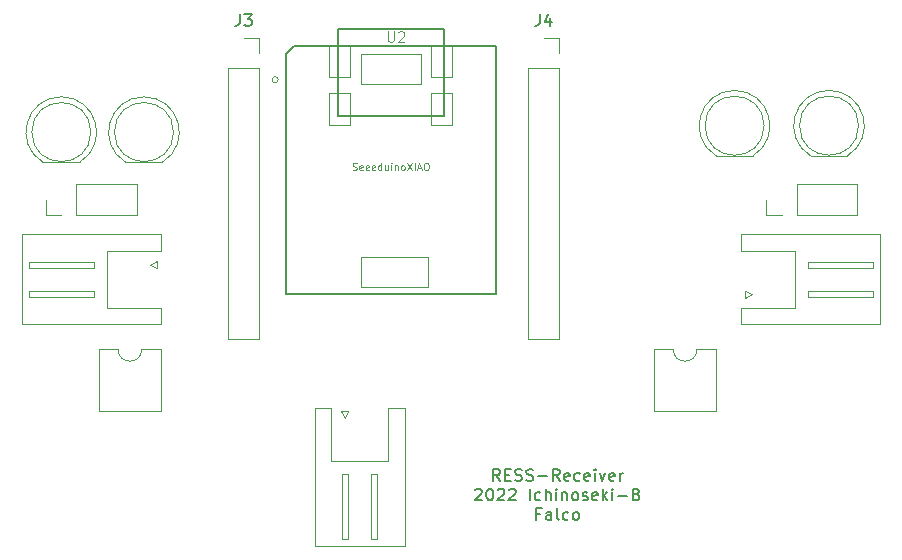
<source format=gbr>
%TF.GenerationSoftware,KiCad,Pcbnew,(5.1.9)-1*%
%TF.CreationDate,2022-06-16T11:17:04+09:00*%
%TF.ProjectId,Receiver,52656365-6976-4657-922e-6b696361645f,rev?*%
%TF.SameCoordinates,Original*%
%TF.FileFunction,Legend,Top*%
%TF.FilePolarity,Positive*%
%FSLAX46Y46*%
G04 Gerber Fmt 4.6, Leading zero omitted, Abs format (unit mm)*
G04 Created by KiCad (PCBNEW (5.1.9)-1) date 2022-06-16 11:17:04*
%MOMM*%
%LPD*%
G01*
G04 APERTURE LIST*
%ADD10C,0.150000*%
%ADD11C,0.120000*%
%ADD12C,0.066040*%
%ADD13C,0.127000*%
%ADD14C,0.100000*%
%ADD15C,0.101600*%
%ADD16C,0.076200*%
G04 APERTURE END LIST*
D10*
X121142857Y-146802380D02*
X120809523Y-146326190D01*
X120571428Y-146802380D02*
X120571428Y-145802380D01*
X120952380Y-145802380D01*
X121047619Y-145850000D01*
X121095238Y-145897619D01*
X121142857Y-145992857D01*
X121142857Y-146135714D01*
X121095238Y-146230952D01*
X121047619Y-146278571D01*
X120952380Y-146326190D01*
X120571428Y-146326190D01*
X121571428Y-146278571D02*
X121904761Y-146278571D01*
X122047619Y-146802380D02*
X121571428Y-146802380D01*
X121571428Y-145802380D01*
X122047619Y-145802380D01*
X122428571Y-146754761D02*
X122571428Y-146802380D01*
X122809523Y-146802380D01*
X122904761Y-146754761D01*
X122952380Y-146707142D01*
X123000000Y-146611904D01*
X123000000Y-146516666D01*
X122952380Y-146421428D01*
X122904761Y-146373809D01*
X122809523Y-146326190D01*
X122619047Y-146278571D01*
X122523809Y-146230952D01*
X122476190Y-146183333D01*
X122428571Y-146088095D01*
X122428571Y-145992857D01*
X122476190Y-145897619D01*
X122523809Y-145850000D01*
X122619047Y-145802380D01*
X122857142Y-145802380D01*
X123000000Y-145850000D01*
X123380952Y-146754761D02*
X123523809Y-146802380D01*
X123761904Y-146802380D01*
X123857142Y-146754761D01*
X123904761Y-146707142D01*
X123952380Y-146611904D01*
X123952380Y-146516666D01*
X123904761Y-146421428D01*
X123857142Y-146373809D01*
X123761904Y-146326190D01*
X123571428Y-146278571D01*
X123476190Y-146230952D01*
X123428571Y-146183333D01*
X123380952Y-146088095D01*
X123380952Y-145992857D01*
X123428571Y-145897619D01*
X123476190Y-145850000D01*
X123571428Y-145802380D01*
X123809523Y-145802380D01*
X123952380Y-145850000D01*
X124380952Y-146421428D02*
X125142857Y-146421428D01*
X126190476Y-146802380D02*
X125857142Y-146326190D01*
X125619047Y-146802380D02*
X125619047Y-145802380D01*
X126000000Y-145802380D01*
X126095238Y-145850000D01*
X126142857Y-145897619D01*
X126190476Y-145992857D01*
X126190476Y-146135714D01*
X126142857Y-146230952D01*
X126095238Y-146278571D01*
X126000000Y-146326190D01*
X125619047Y-146326190D01*
X127000000Y-146754761D02*
X126904761Y-146802380D01*
X126714285Y-146802380D01*
X126619047Y-146754761D01*
X126571428Y-146659523D01*
X126571428Y-146278571D01*
X126619047Y-146183333D01*
X126714285Y-146135714D01*
X126904761Y-146135714D01*
X127000000Y-146183333D01*
X127047619Y-146278571D01*
X127047619Y-146373809D01*
X126571428Y-146469047D01*
X127904761Y-146754761D02*
X127809523Y-146802380D01*
X127619047Y-146802380D01*
X127523809Y-146754761D01*
X127476190Y-146707142D01*
X127428571Y-146611904D01*
X127428571Y-146326190D01*
X127476190Y-146230952D01*
X127523809Y-146183333D01*
X127619047Y-146135714D01*
X127809523Y-146135714D01*
X127904761Y-146183333D01*
X128714285Y-146754761D02*
X128619047Y-146802380D01*
X128428571Y-146802380D01*
X128333333Y-146754761D01*
X128285714Y-146659523D01*
X128285714Y-146278571D01*
X128333333Y-146183333D01*
X128428571Y-146135714D01*
X128619047Y-146135714D01*
X128714285Y-146183333D01*
X128761904Y-146278571D01*
X128761904Y-146373809D01*
X128285714Y-146469047D01*
X129190476Y-146802380D02*
X129190476Y-146135714D01*
X129190476Y-145802380D02*
X129142857Y-145850000D01*
X129190476Y-145897619D01*
X129238095Y-145850000D01*
X129190476Y-145802380D01*
X129190476Y-145897619D01*
X129571428Y-146135714D02*
X129809523Y-146802380D01*
X130047619Y-146135714D01*
X130809523Y-146754761D02*
X130714285Y-146802380D01*
X130523809Y-146802380D01*
X130428571Y-146754761D01*
X130380952Y-146659523D01*
X130380952Y-146278571D01*
X130428571Y-146183333D01*
X130523809Y-146135714D01*
X130714285Y-146135714D01*
X130809523Y-146183333D01*
X130857142Y-146278571D01*
X130857142Y-146373809D01*
X130380952Y-146469047D01*
X131285714Y-146802380D02*
X131285714Y-146135714D01*
X131285714Y-146326190D02*
X131333333Y-146230952D01*
X131380952Y-146183333D01*
X131476190Y-146135714D01*
X131571428Y-146135714D01*
X119047619Y-147547619D02*
X119095238Y-147500000D01*
X119190476Y-147452380D01*
X119428571Y-147452380D01*
X119523809Y-147500000D01*
X119571428Y-147547619D01*
X119619047Y-147642857D01*
X119619047Y-147738095D01*
X119571428Y-147880952D01*
X119000000Y-148452380D01*
X119619047Y-148452380D01*
X120238095Y-147452380D02*
X120333333Y-147452380D01*
X120428571Y-147500000D01*
X120476190Y-147547619D01*
X120523809Y-147642857D01*
X120571428Y-147833333D01*
X120571428Y-148071428D01*
X120523809Y-148261904D01*
X120476190Y-148357142D01*
X120428571Y-148404761D01*
X120333333Y-148452380D01*
X120238095Y-148452380D01*
X120142857Y-148404761D01*
X120095238Y-148357142D01*
X120047619Y-148261904D01*
X120000000Y-148071428D01*
X120000000Y-147833333D01*
X120047619Y-147642857D01*
X120095238Y-147547619D01*
X120142857Y-147500000D01*
X120238095Y-147452380D01*
X120952380Y-147547619D02*
X121000000Y-147500000D01*
X121095238Y-147452380D01*
X121333333Y-147452380D01*
X121428571Y-147500000D01*
X121476190Y-147547619D01*
X121523809Y-147642857D01*
X121523809Y-147738095D01*
X121476190Y-147880952D01*
X120904761Y-148452380D01*
X121523809Y-148452380D01*
X121904761Y-147547619D02*
X121952380Y-147500000D01*
X122047619Y-147452380D01*
X122285714Y-147452380D01*
X122380952Y-147500000D01*
X122428571Y-147547619D01*
X122476190Y-147642857D01*
X122476190Y-147738095D01*
X122428571Y-147880952D01*
X121857142Y-148452380D01*
X122476190Y-148452380D01*
X123666666Y-148452380D02*
X123666666Y-147452380D01*
X124571428Y-148404761D02*
X124476190Y-148452380D01*
X124285714Y-148452380D01*
X124190476Y-148404761D01*
X124142857Y-148357142D01*
X124095238Y-148261904D01*
X124095238Y-147976190D01*
X124142857Y-147880952D01*
X124190476Y-147833333D01*
X124285714Y-147785714D01*
X124476190Y-147785714D01*
X124571428Y-147833333D01*
X125000000Y-148452380D02*
X125000000Y-147452380D01*
X125428571Y-148452380D02*
X125428571Y-147928571D01*
X125380952Y-147833333D01*
X125285714Y-147785714D01*
X125142857Y-147785714D01*
X125047619Y-147833333D01*
X125000000Y-147880952D01*
X125904761Y-148452380D02*
X125904761Y-147785714D01*
X125904761Y-147452380D02*
X125857142Y-147500000D01*
X125904761Y-147547619D01*
X125952380Y-147500000D01*
X125904761Y-147452380D01*
X125904761Y-147547619D01*
X126380952Y-147785714D02*
X126380952Y-148452380D01*
X126380952Y-147880952D02*
X126428571Y-147833333D01*
X126523809Y-147785714D01*
X126666666Y-147785714D01*
X126761904Y-147833333D01*
X126809523Y-147928571D01*
X126809523Y-148452380D01*
X127428571Y-148452380D02*
X127333333Y-148404761D01*
X127285714Y-148357142D01*
X127238095Y-148261904D01*
X127238095Y-147976190D01*
X127285714Y-147880952D01*
X127333333Y-147833333D01*
X127428571Y-147785714D01*
X127571428Y-147785714D01*
X127666666Y-147833333D01*
X127714285Y-147880952D01*
X127761904Y-147976190D01*
X127761904Y-148261904D01*
X127714285Y-148357142D01*
X127666666Y-148404761D01*
X127571428Y-148452380D01*
X127428571Y-148452380D01*
X128142857Y-148404761D02*
X128238095Y-148452380D01*
X128428571Y-148452380D01*
X128523809Y-148404761D01*
X128571428Y-148309523D01*
X128571428Y-148261904D01*
X128523809Y-148166666D01*
X128428571Y-148119047D01*
X128285714Y-148119047D01*
X128190476Y-148071428D01*
X128142857Y-147976190D01*
X128142857Y-147928571D01*
X128190476Y-147833333D01*
X128285714Y-147785714D01*
X128428571Y-147785714D01*
X128523809Y-147833333D01*
X129380952Y-148404761D02*
X129285714Y-148452380D01*
X129095238Y-148452380D01*
X129000000Y-148404761D01*
X128952380Y-148309523D01*
X128952380Y-147928571D01*
X129000000Y-147833333D01*
X129095238Y-147785714D01*
X129285714Y-147785714D01*
X129380952Y-147833333D01*
X129428571Y-147928571D01*
X129428571Y-148023809D01*
X128952380Y-148119047D01*
X129857142Y-148452380D02*
X129857142Y-147452380D01*
X129952380Y-148071428D02*
X130238095Y-148452380D01*
X130238095Y-147785714D02*
X129857142Y-148166666D01*
X130666666Y-148452380D02*
X130666666Y-147785714D01*
X130666666Y-147452380D02*
X130619047Y-147500000D01*
X130666666Y-147547619D01*
X130714285Y-147500000D01*
X130666666Y-147452380D01*
X130666666Y-147547619D01*
X131142857Y-148071428D02*
X131904761Y-148071428D01*
X132714285Y-147928571D02*
X132857142Y-147976190D01*
X132904761Y-148023809D01*
X132952380Y-148119047D01*
X132952380Y-148261904D01*
X132904761Y-148357142D01*
X132857142Y-148404761D01*
X132761904Y-148452380D01*
X132380952Y-148452380D01*
X132380952Y-147452380D01*
X132714285Y-147452380D01*
X132809523Y-147500000D01*
X132857142Y-147547619D01*
X132904761Y-147642857D01*
X132904761Y-147738095D01*
X132857142Y-147833333D01*
X132809523Y-147880952D01*
X132714285Y-147928571D01*
X132380952Y-147928571D01*
X124547619Y-149578571D02*
X124214285Y-149578571D01*
X124214285Y-150102380D02*
X124214285Y-149102380D01*
X124690476Y-149102380D01*
X125500000Y-150102380D02*
X125500000Y-149578571D01*
X125452380Y-149483333D01*
X125357142Y-149435714D01*
X125166666Y-149435714D01*
X125071428Y-149483333D01*
X125500000Y-150054761D02*
X125404761Y-150102380D01*
X125166666Y-150102380D01*
X125071428Y-150054761D01*
X125023809Y-149959523D01*
X125023809Y-149864285D01*
X125071428Y-149769047D01*
X125166666Y-149721428D01*
X125404761Y-149721428D01*
X125500000Y-149673809D01*
X126119047Y-150102380D02*
X126023809Y-150054761D01*
X125976190Y-149959523D01*
X125976190Y-149102380D01*
X126928571Y-150054761D02*
X126833333Y-150102380D01*
X126642857Y-150102380D01*
X126547619Y-150054761D01*
X126500000Y-150007142D01*
X126452380Y-149911904D01*
X126452380Y-149626190D01*
X126500000Y-149530952D01*
X126547619Y-149483333D01*
X126642857Y-149435714D01*
X126833333Y-149435714D01*
X126928571Y-149483333D01*
X127500000Y-150102380D02*
X127404761Y-150054761D01*
X127357142Y-150007142D01*
X127309523Y-149911904D01*
X127309523Y-149626190D01*
X127357142Y-149530952D01*
X127404761Y-149483333D01*
X127500000Y-149435714D01*
X127642857Y-149435714D01*
X127738095Y-149483333D01*
X127785714Y-149530952D01*
X127833333Y-149626190D01*
X127833333Y-149911904D01*
X127785714Y-150007142D01*
X127738095Y-150054761D01*
X127642857Y-150102380D01*
X127500000Y-150102380D01*
D11*
%TO.C,J3*%
X99440000Y-109270000D02*
X100770000Y-109270000D01*
X100770000Y-109270000D02*
X100770000Y-110600000D01*
X100770000Y-111870000D02*
X100770000Y-134790000D01*
X98110000Y-134790000D02*
X100770000Y-134790000D01*
X98110000Y-111870000D02*
X98110000Y-134790000D01*
X98110000Y-111870000D02*
X100770000Y-111870000D01*
%TO.C,J4*%
X123510000Y-111870000D02*
X126170000Y-111870000D01*
X123510000Y-111870000D02*
X123510000Y-134790000D01*
X123510000Y-134790000D02*
X126170000Y-134790000D01*
X126170000Y-111870000D02*
X126170000Y-134790000D01*
X126170000Y-109270000D02*
X126170000Y-110600000D01*
X124840000Y-109270000D02*
X126170000Y-109270000D01*
%TO.C,J5*%
X108300000Y-140900000D02*
X108000000Y-141500000D01*
X107700000Y-140900000D02*
X108300000Y-140900000D01*
X108000000Y-141500000D02*
X107700000Y-140900000D01*
X110750000Y-146200000D02*
X110250000Y-146200000D01*
X110750000Y-151700000D02*
X110750000Y-146200000D01*
X110250000Y-151700000D02*
X110750000Y-151700000D01*
X110250000Y-146200000D02*
X110250000Y-151700000D01*
X108250000Y-146200000D02*
X107750000Y-146200000D01*
X108250000Y-151700000D02*
X108250000Y-146200000D01*
X107750000Y-151700000D02*
X108250000Y-151700000D01*
X107750000Y-146200000D02*
X107750000Y-151700000D01*
X111640000Y-145090000D02*
X109250000Y-145090000D01*
X111640000Y-140590000D02*
X111640000Y-145090000D01*
X113060000Y-140590000D02*
X111640000Y-140590000D01*
X113060000Y-152310000D02*
X113060000Y-140590000D01*
X109250000Y-152310000D02*
X113060000Y-152310000D01*
X106860000Y-145090000D02*
X109250000Y-145090000D01*
X106860000Y-140590000D02*
X106860000Y-145090000D01*
X105440000Y-140590000D02*
X106860000Y-140590000D01*
X105440000Y-152310000D02*
X105440000Y-140590000D01*
X109250000Y-152310000D02*
X105440000Y-152310000D01*
%TO.C,J6*%
X92100000Y-128800000D02*
X91500000Y-128500000D01*
X92100000Y-128200000D02*
X92100000Y-128800000D01*
X91500000Y-128500000D02*
X92100000Y-128200000D01*
X86800000Y-131250000D02*
X86800000Y-130750000D01*
X81300000Y-131250000D02*
X86800000Y-131250000D01*
X81300000Y-130750000D02*
X81300000Y-131250000D01*
X86800000Y-130750000D02*
X81300000Y-130750000D01*
X86800000Y-128750000D02*
X86800000Y-128250000D01*
X81300000Y-128750000D02*
X86800000Y-128750000D01*
X81300000Y-128250000D02*
X81300000Y-128750000D01*
X86800000Y-128250000D02*
X81300000Y-128250000D01*
X87910000Y-132140000D02*
X87910000Y-129750000D01*
X92410000Y-132140000D02*
X87910000Y-132140000D01*
X92410000Y-133560000D02*
X92410000Y-132140000D01*
X80690000Y-133560000D02*
X92410000Y-133560000D01*
X80690000Y-129750000D02*
X80690000Y-133560000D01*
X87910000Y-127360000D02*
X87910000Y-129750000D01*
X92410000Y-127360000D02*
X87910000Y-127360000D01*
X92410000Y-125940000D02*
X92410000Y-127360000D01*
X80690000Y-125940000D02*
X92410000Y-125940000D01*
X80690000Y-129750000D02*
X80690000Y-125940000D01*
%TO.C,U1*%
X92460000Y-135670000D02*
X90810000Y-135670000D01*
X92460000Y-140870000D02*
X92460000Y-135670000D01*
X87160000Y-140870000D02*
X92460000Y-140870000D01*
X87160000Y-135670000D02*
X87160000Y-140870000D01*
X88810000Y-135670000D02*
X87160000Y-135670000D01*
X90810000Y-135670000D02*
G75*
G02*
X88810000Y-135670000I-1000000J0D01*
G01*
%TO.C,D1*%
X86500000Y-117270000D02*
G75*
G03*
X86500000Y-117270000I-2500000J0D01*
G01*
X82455000Y-119830000D02*
X85545000Y-119830000D01*
X84000462Y-114280000D02*
G75*
G03*
X82455170Y-119830000I-462J-2990000D01*
G01*
X83999538Y-114280000D02*
G75*
G02*
X85544830Y-119830000I462J-2990000D01*
G01*
%TO.C,D2*%
X89455000Y-119830000D02*
X92545000Y-119830000D01*
X93500000Y-117270000D02*
G75*
G03*
X93500000Y-117270000I-2500000J0D01*
G01*
X90999538Y-114280000D02*
G75*
G02*
X92544830Y-119830000I462J-2990000D01*
G01*
X91000462Y-114280000D02*
G75*
G03*
X89455170Y-119830000I-462J-2990000D01*
G01*
%TO.C,SW1*%
X82670000Y-124330000D02*
X82670000Y-123000000D01*
X84000000Y-124330000D02*
X82670000Y-124330000D01*
X85270000Y-124330000D02*
X85270000Y-121670000D01*
X85270000Y-121670000D02*
X90410000Y-121670000D01*
X85270000Y-124330000D02*
X90410000Y-124330000D01*
X90410000Y-124330000D02*
X90410000Y-121670000D01*
D12*
%TO.C,U2*%
X109350000Y-113220000D02*
X114430000Y-113220000D01*
X114430000Y-113220000D02*
X114430000Y-110680000D01*
X109350000Y-110680000D02*
X114430000Y-110680000D01*
X109350000Y-113220000D02*
X109350000Y-110680000D01*
X109350000Y-130365000D02*
X115065000Y-130365000D01*
X115065000Y-130365000D02*
X115065000Y-127825000D01*
X109350000Y-127825000D02*
X115065000Y-127825000D01*
X109350000Y-130365000D02*
X109350000Y-127825000D01*
X106683000Y-112585000D02*
X108461000Y-112585000D01*
X108461000Y-112585000D02*
X108461000Y-109918000D01*
X106683000Y-109918000D02*
X108461000Y-109918000D01*
X106683000Y-112585000D02*
X106683000Y-109918000D01*
X106683000Y-116651540D02*
X108461000Y-116651540D01*
X108461000Y-116651540D02*
X108461000Y-113982000D01*
X106683000Y-113982000D02*
X108461000Y-113982000D01*
X106683000Y-116651540D02*
X106683000Y-113982000D01*
X115319000Y-116651540D02*
X117097000Y-116651540D01*
X117097000Y-116651540D02*
X117097000Y-113982000D01*
X115319000Y-113982000D02*
X117097000Y-113982000D01*
X115319000Y-116651540D02*
X115319000Y-113982000D01*
X115319000Y-112585000D02*
X117097000Y-112585000D01*
X117097000Y-112585000D02*
X117097000Y-109918000D01*
X115319000Y-109918000D02*
X117097000Y-109918000D01*
X115319000Y-112585000D02*
X115319000Y-109918000D01*
D13*
X103000000Y-131000000D02*
X120797780Y-131000000D01*
X120797780Y-131000000D02*
X120797780Y-110001820D01*
X120797780Y-110001820D02*
X103670560Y-110001820D01*
X103670560Y-110001820D02*
X103000000Y-110672380D01*
X103000000Y-110672380D02*
X103000000Y-131000000D01*
X107399280Y-108576880D02*
X116393420Y-108576880D01*
X116393420Y-108576880D02*
X116393420Y-115930180D01*
X116393420Y-115930180D02*
X107394200Y-115930180D01*
X107394200Y-115930180D02*
X107394200Y-108576880D01*
D14*
X102365000Y-112839000D02*
G75*
G03*
X102365000Y-112839000I-254000J0D01*
G01*
D11*
%TO.C,D3*%
X143500000Y-116730000D02*
G75*
G03*
X143500000Y-116730000I-2500000J0D01*
G01*
X139455000Y-119290000D02*
X142545000Y-119290000D01*
X140999538Y-113740000D02*
G75*
G02*
X142544830Y-119290000I462J-2990000D01*
G01*
X141000462Y-113740000D02*
G75*
G03*
X139455170Y-119290000I-462J-2990000D01*
G01*
%TO.C,D4*%
X147455000Y-119290000D02*
X150545000Y-119290000D01*
X151500000Y-116730000D02*
G75*
G03*
X151500000Y-116730000I-2500000J0D01*
G01*
X149000462Y-113740000D02*
G75*
G03*
X147455170Y-119290000I-462J-2990000D01*
G01*
X148999538Y-113740000D02*
G75*
G02*
X150544830Y-119290000I462J-2990000D01*
G01*
%TO.C,J1*%
X141900000Y-130700000D02*
X142500000Y-131000000D01*
X141900000Y-131300000D02*
X141900000Y-130700000D01*
X142500000Y-131000000D02*
X141900000Y-131300000D01*
X147200000Y-128250000D02*
X147200000Y-128750000D01*
X152700000Y-128250000D02*
X147200000Y-128250000D01*
X152700000Y-128750000D02*
X152700000Y-128250000D01*
X147200000Y-128750000D02*
X152700000Y-128750000D01*
X147200000Y-130750000D02*
X147200000Y-131250000D01*
X152700000Y-130750000D02*
X147200000Y-130750000D01*
X152700000Y-131250000D02*
X152700000Y-130750000D01*
X147200000Y-131250000D02*
X152700000Y-131250000D01*
X146090000Y-127360000D02*
X146090000Y-129750000D01*
X141590000Y-127360000D02*
X146090000Y-127360000D01*
X141590000Y-125940000D02*
X141590000Y-127360000D01*
X153310000Y-125940000D02*
X141590000Y-125940000D01*
X153310000Y-129750000D02*
X153310000Y-125940000D01*
X146090000Y-132140000D02*
X146090000Y-129750000D01*
X141590000Y-132140000D02*
X146090000Y-132140000D01*
X141590000Y-133560000D02*
X141590000Y-132140000D01*
X153310000Y-133560000D02*
X141590000Y-133560000D01*
X153310000Y-129750000D02*
X153310000Y-133560000D01*
%TO.C,SW2*%
X143670000Y-124330000D02*
X143670000Y-123000000D01*
X145000000Y-124330000D02*
X143670000Y-124330000D01*
X146270000Y-124330000D02*
X146270000Y-121670000D01*
X146270000Y-121670000D02*
X151410000Y-121670000D01*
X146270000Y-124330000D02*
X151410000Y-124330000D01*
X151410000Y-124330000D02*
X151410000Y-121670000D01*
%TO.C,U3*%
X139460000Y-135670000D02*
X137810000Y-135670000D01*
X139460000Y-140870000D02*
X139460000Y-135670000D01*
X134160000Y-140870000D02*
X139460000Y-140870000D01*
X134160000Y-135670000D02*
X134160000Y-140870000D01*
X135810000Y-135670000D02*
X134160000Y-135670000D01*
X137810000Y-135670000D02*
G75*
G02*
X135810000Y-135670000I-1000000J0D01*
G01*
%TO.C,J3*%
D10*
X99106666Y-107282380D02*
X99106666Y-107996666D01*
X99059047Y-108139523D01*
X98963809Y-108234761D01*
X98820952Y-108282380D01*
X98725714Y-108282380D01*
X99487619Y-107282380D02*
X100106666Y-107282380D01*
X99773333Y-107663333D01*
X99916190Y-107663333D01*
X100011428Y-107710952D01*
X100059047Y-107758571D01*
X100106666Y-107853809D01*
X100106666Y-108091904D01*
X100059047Y-108187142D01*
X100011428Y-108234761D01*
X99916190Y-108282380D01*
X99630476Y-108282380D01*
X99535238Y-108234761D01*
X99487619Y-108187142D01*
%TO.C,J4*%
X124506666Y-107282380D02*
X124506666Y-107996666D01*
X124459047Y-108139523D01*
X124363809Y-108234761D01*
X124220952Y-108282380D01*
X124125714Y-108282380D01*
X125411428Y-107615714D02*
X125411428Y-108282380D01*
X125173333Y-107234761D02*
X124935238Y-107949047D01*
X125554285Y-107949047D01*
%TO.C,U2*%
D15*
X111657166Y-108732666D02*
X111657166Y-109452333D01*
X111699500Y-109537000D01*
X111741833Y-109579333D01*
X111826500Y-109621666D01*
X111995833Y-109621666D01*
X112080500Y-109579333D01*
X112122833Y-109537000D01*
X112165166Y-109452333D01*
X112165166Y-108732666D01*
X112546166Y-108817333D02*
X112588500Y-108775000D01*
X112673166Y-108732666D01*
X112884833Y-108732666D01*
X112969500Y-108775000D01*
X113011833Y-108817333D01*
X113054166Y-108902000D01*
X113054166Y-108986666D01*
X113011833Y-109113666D01*
X112503833Y-109621666D01*
X113054166Y-109621666D01*
D16*
X108667828Y-120451742D02*
X108754914Y-120480771D01*
X108900057Y-120480771D01*
X108958114Y-120451742D01*
X108987142Y-120422714D01*
X109016171Y-120364657D01*
X109016171Y-120306600D01*
X108987142Y-120248542D01*
X108958114Y-120219514D01*
X108900057Y-120190485D01*
X108783942Y-120161457D01*
X108725885Y-120132428D01*
X108696857Y-120103400D01*
X108667828Y-120045342D01*
X108667828Y-119987285D01*
X108696857Y-119929228D01*
X108725885Y-119900200D01*
X108783942Y-119871171D01*
X108929085Y-119871171D01*
X109016171Y-119900200D01*
X109509657Y-120451742D02*
X109451600Y-120480771D01*
X109335485Y-120480771D01*
X109277428Y-120451742D01*
X109248400Y-120393685D01*
X109248400Y-120161457D01*
X109277428Y-120103400D01*
X109335485Y-120074371D01*
X109451600Y-120074371D01*
X109509657Y-120103400D01*
X109538685Y-120161457D01*
X109538685Y-120219514D01*
X109248400Y-120277571D01*
X110032171Y-120451742D02*
X109974114Y-120480771D01*
X109858000Y-120480771D01*
X109799942Y-120451742D01*
X109770914Y-120393685D01*
X109770914Y-120161457D01*
X109799942Y-120103400D01*
X109858000Y-120074371D01*
X109974114Y-120074371D01*
X110032171Y-120103400D01*
X110061200Y-120161457D01*
X110061200Y-120219514D01*
X109770914Y-120277571D01*
X110554685Y-120451742D02*
X110496628Y-120480771D01*
X110380514Y-120480771D01*
X110322457Y-120451742D01*
X110293428Y-120393685D01*
X110293428Y-120161457D01*
X110322457Y-120103400D01*
X110380514Y-120074371D01*
X110496628Y-120074371D01*
X110554685Y-120103400D01*
X110583714Y-120161457D01*
X110583714Y-120219514D01*
X110293428Y-120277571D01*
X111106228Y-120480771D02*
X111106228Y-119871171D01*
X111106228Y-120451742D02*
X111048171Y-120480771D01*
X110932057Y-120480771D01*
X110874000Y-120451742D01*
X110844971Y-120422714D01*
X110815942Y-120364657D01*
X110815942Y-120190485D01*
X110844971Y-120132428D01*
X110874000Y-120103400D01*
X110932057Y-120074371D01*
X111048171Y-120074371D01*
X111106228Y-120103400D01*
X111657771Y-120074371D02*
X111657771Y-120480771D01*
X111396514Y-120074371D02*
X111396514Y-120393685D01*
X111425542Y-120451742D01*
X111483600Y-120480771D01*
X111570685Y-120480771D01*
X111628742Y-120451742D01*
X111657771Y-120422714D01*
X111948057Y-120480771D02*
X111948057Y-120074371D01*
X111948057Y-119871171D02*
X111919028Y-119900200D01*
X111948057Y-119929228D01*
X111977085Y-119900200D01*
X111948057Y-119871171D01*
X111948057Y-119929228D01*
X112238342Y-120074371D02*
X112238342Y-120480771D01*
X112238342Y-120132428D02*
X112267371Y-120103400D01*
X112325428Y-120074371D01*
X112412514Y-120074371D01*
X112470571Y-120103400D01*
X112499600Y-120161457D01*
X112499600Y-120480771D01*
X112876971Y-120480771D02*
X112818914Y-120451742D01*
X112789885Y-120422714D01*
X112760857Y-120364657D01*
X112760857Y-120190485D01*
X112789885Y-120132428D01*
X112818914Y-120103400D01*
X112876971Y-120074371D01*
X112964057Y-120074371D01*
X113022114Y-120103400D01*
X113051142Y-120132428D01*
X113080171Y-120190485D01*
X113080171Y-120364657D01*
X113051142Y-120422714D01*
X113022114Y-120451742D01*
X112964057Y-120480771D01*
X112876971Y-120480771D01*
X113283371Y-119871171D02*
X113689771Y-120480771D01*
X113689771Y-119871171D02*
X113283371Y-120480771D01*
X113922000Y-120480771D02*
X113922000Y-119871171D01*
X114183257Y-120306600D02*
X114473542Y-120306600D01*
X114125200Y-120480771D02*
X114328400Y-119871171D01*
X114531600Y-120480771D01*
X114850914Y-119871171D02*
X114967028Y-119871171D01*
X115025085Y-119900200D01*
X115083142Y-119958257D01*
X115112171Y-120074371D01*
X115112171Y-120277571D01*
X115083142Y-120393685D01*
X115025085Y-120451742D01*
X114967028Y-120480771D01*
X114850914Y-120480771D01*
X114792857Y-120451742D01*
X114734800Y-120393685D01*
X114705771Y-120277571D01*
X114705771Y-120074371D01*
X114734800Y-119958257D01*
X114792857Y-119900200D01*
X114850914Y-119871171D01*
%TD*%
M02*

</source>
